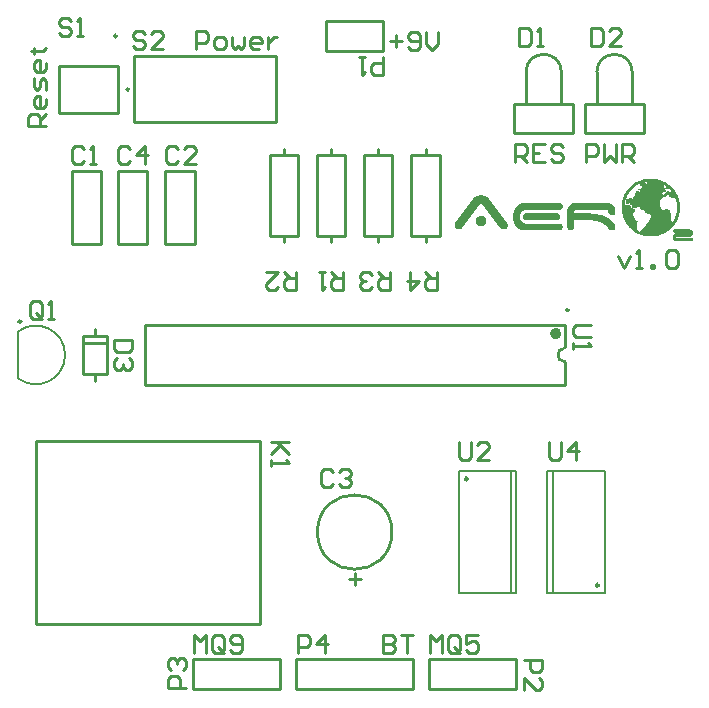
<source format=gto>
G04 Layer_Color=65535*
%FSLAX25Y25*%
%MOIN*%
G70*
G01*
G75*
%ADD24C,0.00984*%
%ADD25C,0.01000*%
%ADD26C,0.00787*%
%ADD27C,0.00100*%
D24*
X199508Y41339D02*
G03*
X199508Y41339I-492J0D01*
G01*
X6988Y129252D02*
G03*
X6988Y129252I-492J0D01*
G01*
X155807Y76772D02*
G03*
X155807Y76772I-492J0D01*
G01*
D25*
X130513Y59055D02*
G03*
X130513Y59055I-12403J0D01*
G01*
X188110Y120355D02*
G03*
X188110Y115866I0J-2244D01*
G01*
X186498Y125236D02*
G03*
X186498Y125236I-1419J0D01*
G01*
X185866D02*
G03*
X185866Y125236I-787J0D01*
G01*
X185472D02*
G03*
X185472Y125236I-394J0D01*
G01*
X189409Y133110D02*
G03*
X189409Y133110I-394J0D01*
G01*
X42913Y206693D02*
G03*
X42913Y206693I-394J0D01*
G01*
X187008Y212402D02*
G03*
X175197Y212402I-5906J0D01*
G01*
X210630D02*
G03*
X198819Y212402I-5906J0D01*
G01*
X38780Y224410D02*
G03*
X38780Y224410I-394J0D01*
G01*
X118110Y41339D02*
Y45276D01*
X116142Y43307D02*
X120079D01*
X48110Y128110D02*
X188110D01*
X48110Y108110D02*
X188110D01*
X48110D02*
Y128110D01*
X188110Y123110D02*
Y128110D01*
Y108110D02*
Y113110D01*
Y120610D02*
Y123110D01*
Y113110D02*
Y115610D01*
X11811Y28543D02*
Y89567D01*
X86614D01*
Y28543D02*
Y89567D01*
X11811Y28543D02*
X86614D01*
X68110Y217717D02*
X91732D01*
Y195669D02*
Y217717D01*
X44488Y195669D02*
X91732D01*
X44488D02*
Y217717D01*
X68110D01*
X171181Y191929D02*
Y201772D01*
X191024D01*
Y191929D02*
Y201772D01*
X171181Y191929D02*
X191024D01*
X175197Y201772D02*
Y212402D01*
X187008Y201772D02*
Y212402D01*
X194803Y191929D02*
Y201772D01*
X214646D01*
Y191929D02*
Y201772D01*
X194803Y191929D02*
X214646D01*
X198819Y201772D02*
Y212402D01*
X210630Y201772D02*
Y212402D01*
X23819Y179527D02*
X33661D01*
Y155118D02*
Y179527D01*
X23819Y155118D02*
X33661D01*
X23819D02*
Y179527D01*
X39173Y155118D02*
X49016D01*
X39173D02*
Y179527D01*
X49016D01*
Y155118D02*
Y179527D01*
X54921D02*
X64764D01*
Y155118D02*
Y179527D01*
X54921Y155118D02*
X64764D01*
X54921D02*
Y179527D01*
X94488Y184646D02*
Y186614D01*
Y155905D02*
Y157874D01*
X89764Y184646D02*
X99213D01*
X89764Y157874D02*
Y184646D01*
X99213Y157874D02*
Y184646D01*
X89764Y157874D02*
X99213D01*
X110236Y184646D02*
Y186614D01*
Y155905D02*
Y157874D01*
X105512Y184646D02*
X114961D01*
X105512Y157874D02*
Y184646D01*
X114961Y157874D02*
Y184646D01*
X105512Y157874D02*
X114961D01*
X141732Y184646D02*
Y186614D01*
Y155905D02*
Y157874D01*
X137008Y184646D02*
X146457D01*
X137008Y157874D02*
Y184646D01*
X146457Y157874D02*
Y184646D01*
X137008Y157874D02*
X146457D01*
X125984Y184646D02*
Y186614D01*
Y155905D02*
Y157874D01*
X121260Y184646D02*
X130709D01*
X121260Y157874D02*
Y184646D01*
X130709Y157874D02*
Y184646D01*
X121260Y157874D02*
X130709D01*
X127602Y219488D02*
X127610D01*
X127614Y229331D01*
X108610Y219488D02*
X127602D01*
X108606Y229331D02*
X127610D01*
X108606Y219488D02*
Y229331D01*
X98606Y6890D02*
Y16732D01*
X137614Y6890D02*
Y16732D01*
X98606D02*
X137614D01*
X98606Y6890D02*
X137614D01*
X93244D02*
Y16732D01*
X64236D02*
X93244D01*
X64236Y6890D02*
X93244D01*
X64236D02*
Y16732D01*
X171984Y6890D02*
Y16732D01*
X142976D02*
X171984D01*
X142976Y6890D02*
X171984D01*
X142976D02*
Y16732D01*
X19685Y214567D02*
X39370D01*
Y198819D02*
Y214567D01*
X19685Y198819D02*
X39370D01*
X19685D02*
Y214567D01*
X27559Y124508D02*
X35433D01*
Y111811D02*
Y124508D01*
X27559Y111811D02*
X35433D01*
X27559D02*
Y124508D01*
Y122047D02*
X35433D01*
X31496Y124508D02*
Y126894D01*
Y109327D02*
Y111811D01*
X110999Y78998D02*
X109999Y79998D01*
X108000D01*
X107000Y78998D01*
Y75000D01*
X108000Y74000D01*
X109999D01*
X110999Y75000D01*
X112998Y78998D02*
X113998Y79998D01*
X115997D01*
X116997Y78998D01*
Y77999D01*
X115997Y76999D01*
X114997D01*
X115997D01*
X116997Y75999D01*
Y75000D01*
X115997Y74000D01*
X113998D01*
X112998Y75000D01*
X96161Y89105D02*
X90163D01*
X92162D01*
X96161Y85106D01*
X93162Y88105D01*
X90163Y85106D01*
Y83107D02*
Y81108D01*
Y82107D01*
X96161D01*
X95161Y83107D01*
X13999Y131000D02*
Y134998D01*
X12999Y135998D01*
X11000D01*
X10000Y134998D01*
Y131000D01*
X11000Y130000D01*
X12999D01*
X11999Y131999D02*
X13999Y130000D01*
X12999D02*
X13999Y131000D01*
X15998Y130000D02*
X17997D01*
X16998D01*
Y135998D01*
X15998Y134998D01*
X65370Y220000D02*
Y225998D01*
X68369D01*
X69369Y224998D01*
Y222999D01*
X68369Y221999D01*
X65370D01*
X72368Y220000D02*
X74367D01*
X75367Y221000D01*
Y222999D01*
X74367Y223999D01*
X72368D01*
X71368Y222999D01*
Y221000D01*
X72368Y220000D01*
X77366Y223999D02*
Y221000D01*
X78366Y220000D01*
X79365Y221000D01*
X80365Y220000D01*
X81365Y221000D01*
Y223999D01*
X86363Y220000D02*
X84364D01*
X83364Y221000D01*
Y222999D01*
X84364Y223999D01*
X86363D01*
X87363Y222999D01*
Y221999D01*
X83364D01*
X89362Y223999D02*
Y220000D01*
Y221999D01*
X90362Y222999D01*
X91362Y223999D01*
X92361D01*
X48369Y224998D02*
X47369Y225998D01*
X45370D01*
X44370Y224998D01*
Y223999D01*
X45370Y222999D01*
X47369D01*
X48369Y221999D01*
Y221000D01*
X47369Y220000D01*
X45370D01*
X44370Y221000D01*
X54367Y220000D02*
X50368D01*
X54367Y223999D01*
Y224998D01*
X53367Y225998D01*
X51368D01*
X50368Y224998D01*
X196998Y128000D02*
X192000D01*
X191000Y127000D01*
Y125001D01*
X192000Y124001D01*
X196998D01*
X191000Y122002D02*
Y120003D01*
Y121002D01*
X196998D01*
X195998Y122002D01*
X153000Y88998D02*
Y84000D01*
X154000Y83000D01*
X155999D01*
X156999Y84000D01*
Y88998D01*
X162997Y83000D02*
X158998D01*
X162997Y86999D01*
Y87998D01*
X161997Y88998D01*
X159998D01*
X158998Y87998D01*
X183000Y88998D02*
Y84000D01*
X184000Y83000D01*
X185999D01*
X186999Y84000D01*
Y88998D01*
X191997Y83000D02*
Y88998D01*
X188998Y85999D01*
X192997D01*
X171652Y182400D02*
Y188399D01*
X174651D01*
X175651Y187399D01*
Y185399D01*
X174651Y184400D01*
X171652D01*
X173652D02*
X175651Y182400D01*
X181649Y188399D02*
X177650D01*
Y182400D01*
X181649D01*
X177650Y185399D02*
X179650D01*
X187647Y187399D02*
X186647Y188399D01*
X184648D01*
X183649Y187399D01*
Y186399D01*
X184648Y185399D01*
X186647D01*
X187647Y184400D01*
Y183400D01*
X186647Y182400D01*
X184648D01*
X183649Y183400D01*
X173000Y226998D02*
Y221000D01*
X175999D01*
X176999Y222000D01*
Y225998D01*
X175999Y226998D01*
X173000D01*
X178998Y221000D02*
X180997D01*
X179998D01*
Y226998D01*
X178998Y225998D01*
X195274Y182400D02*
Y188399D01*
X198273D01*
X199273Y187399D01*
Y185399D01*
X198273Y184400D01*
X195274D01*
X201273Y188399D02*
Y182400D01*
X203272Y184400D01*
X205271Y182400D01*
Y188399D01*
X207271Y182400D02*
Y188399D01*
X210270D01*
X211269Y187399D01*
Y185399D01*
X210270Y184400D01*
X207271D01*
X209270D02*
X211269Y182400D01*
X197000Y226998D02*
Y221000D01*
X199999D01*
X200999Y222000D01*
Y225998D01*
X199999Y226998D01*
X197000D01*
X206997Y221000D02*
X202998D01*
X206997Y224999D01*
Y225998D01*
X205997Y226998D01*
X203998D01*
X202998Y225998D01*
X28014Y186888D02*
X27015Y187888D01*
X25015D01*
X24016Y186888D01*
Y182889D01*
X25015Y181890D01*
X27015D01*
X28014Y182889D01*
X30014Y181890D02*
X32013D01*
X31014D01*
Y187888D01*
X30014Y186888D01*
X59117D02*
X58117Y187888D01*
X56118D01*
X55118Y186888D01*
Y182889D01*
X56118Y181890D01*
X58117D01*
X59117Y182889D01*
X65115Y181890D02*
X61116D01*
X65115Y185889D01*
Y186888D01*
X64115Y187888D01*
X62116D01*
X61116Y186888D01*
X43369D02*
X42369Y187888D01*
X40370D01*
X39370Y186888D01*
Y182889D01*
X40370Y181890D01*
X42369D01*
X43369Y182889D01*
X48367Y181890D02*
Y187888D01*
X45368Y184889D01*
X49367D01*
X114173Y145669D02*
Y139671D01*
X111174D01*
X110175Y140671D01*
Y142670D01*
X111174Y143670D01*
X114173D01*
X112174D02*
X110175Y145669D01*
X108175D02*
X106176D01*
X107176D01*
Y139671D01*
X108175Y140671D01*
X98425Y145669D02*
Y139671D01*
X95426D01*
X94427Y140671D01*
Y142670D01*
X95426Y143670D01*
X98425D01*
X96426D02*
X94427Y145669D01*
X88428D02*
X92427D01*
X88428Y141671D01*
Y140671D01*
X89428Y139671D01*
X91427D01*
X92427Y140671D01*
X129921Y145669D02*
Y139671D01*
X126922D01*
X125923Y140671D01*
Y142670D01*
X126922Y143670D01*
X129921D01*
X127922D02*
X125923Y145669D01*
X123923Y140671D02*
X122924Y139671D01*
X120924D01*
X119924Y140671D01*
Y141671D01*
X120924Y142670D01*
X121924D01*
X120924D01*
X119924Y143670D01*
Y144670D01*
X120924Y145669D01*
X122924D01*
X123923Y144670D01*
X145669Y145669D02*
Y139671D01*
X142670D01*
X141671Y140671D01*
Y142670D01*
X142670Y143670D01*
X145669D01*
X143670D02*
X141671Y145669D01*
X136672D02*
Y139671D01*
X139671Y142670D01*
X135672D01*
X129921Y222684D02*
X133920D01*
X131921Y224683D02*
Y220685D01*
X135919D02*
X136919Y219685D01*
X138918D01*
X139918Y220685D01*
Y224683D01*
X138918Y225683D01*
X136919D01*
X135919Y224683D01*
Y223684D01*
X136919Y222684D01*
X139918D01*
X141917Y225683D02*
Y221684D01*
X143917Y219685D01*
X145916Y221684D01*
Y225683D01*
X127559Y217323D02*
Y211325D01*
X124560D01*
X123560Y212324D01*
Y214324D01*
X124560Y215323D01*
X127559D01*
X121561Y217323D02*
X119562D01*
X120561D01*
Y211325D01*
X121561Y212324D01*
X127559Y24896D02*
Y18898D01*
X130558D01*
X131558Y19897D01*
Y20897D01*
X130558Y21897D01*
X127559D01*
X130558D01*
X131558Y22896D01*
Y23896D01*
X130558Y24896D01*
X127559D01*
X133557D02*
X137556D01*
X135556D01*
Y18898D01*
X99213D02*
Y24896D01*
X102212D01*
X103211Y23896D01*
Y21897D01*
X102212Y20897D01*
X99213D01*
X108210Y18898D02*
Y24896D01*
X105211Y21897D01*
X109209D01*
X143307Y18898D02*
Y24896D01*
X145306Y22896D01*
X147306Y24896D01*
Y18898D01*
X153304Y19897D02*
Y23896D01*
X152304Y24896D01*
X150305D01*
X149305Y23896D01*
Y19897D01*
X150305Y18898D01*
X152304D01*
X151304Y20897D02*
X153304Y18898D01*
X152304D02*
X153304Y19897D01*
X159302Y24896D02*
X155303D01*
Y21897D01*
X157303Y22896D01*
X158302D01*
X159302Y21897D01*
Y19897D01*
X158302Y18898D01*
X156303D01*
X155303Y19897D01*
X174409Y16535D02*
X180408D01*
Y13536D01*
X179408Y12537D01*
X177409D01*
X176409Y13536D01*
Y16535D01*
X174409Y6539D02*
Y10537D01*
X178408Y6539D01*
X179408D01*
X180408Y7538D01*
Y9538D01*
X179408Y10537D01*
X64567Y18898D02*
Y24896D01*
X66566Y22896D01*
X68566Y24896D01*
Y18898D01*
X74564Y19897D02*
Y23896D01*
X73564Y24896D01*
X71565D01*
X70565Y23896D01*
Y19897D01*
X71565Y18898D01*
X73564D01*
X72564Y20897D02*
X74564Y18898D01*
X73564D02*
X74564Y19897D01*
X76563D02*
X77563Y18898D01*
X79562D01*
X80562Y19897D01*
Y23896D01*
X79562Y24896D01*
X77563D01*
X76563Y23896D01*
Y22896D01*
X77563Y21897D01*
X80562D01*
X61811Y7087D02*
X55813D01*
Y10086D01*
X56813Y11085D01*
X58812D01*
X59812Y10086D01*
Y7087D01*
X56813Y13085D02*
X55813Y14084D01*
Y16084D01*
X56813Y17083D01*
X57812D01*
X58812Y16084D01*
Y15084D01*
Y16084D01*
X59812Y17083D01*
X60811D01*
X61811Y16084D01*
Y14084D01*
X60811Y13085D01*
X15354Y194488D02*
X9356D01*
Y197487D01*
X10356Y198487D01*
X12355D01*
X13355Y197487D01*
Y194488D01*
Y196487D02*
X15354Y198487D01*
Y203485D02*
Y201486D01*
X14355Y200486D01*
X12355D01*
X11356Y201486D01*
Y203485D01*
X12355Y204485D01*
X13355D01*
Y200486D01*
X15354Y206484D02*
Y209483D01*
X14355Y210483D01*
X13355Y209483D01*
Y207484D01*
X12355Y206484D01*
X11356Y207484D01*
Y210483D01*
X15354Y215481D02*
Y213482D01*
X14355Y212482D01*
X12355D01*
X11356Y213482D01*
Y215481D01*
X12355Y216481D01*
X13355D01*
Y212482D01*
X10356Y219480D02*
X11356D01*
Y218480D01*
Y220480D01*
Y219480D01*
X14355D01*
X15354Y220480D01*
X23684Y229408D02*
X22684Y230408D01*
X20685D01*
X19685Y229408D01*
Y228408D01*
X20685Y227409D01*
X22684D01*
X23684Y226409D01*
Y225409D01*
X22684Y224410D01*
X20685D01*
X19685Y225409D01*
X25683Y224410D02*
X27683D01*
X26683D01*
Y230408D01*
X25683Y229408D01*
X43793Y123228D02*
X37795D01*
Y120229D01*
X38795Y119230D01*
X42794D01*
X43793Y120229D01*
Y123228D01*
X42794Y117230D02*
X43793Y116231D01*
Y114231D01*
X42794Y113232D01*
X41794D01*
X40794Y114231D01*
Y115231D01*
Y114231D01*
X39795Y113232D01*
X38795D01*
X37795Y114231D01*
Y116231D01*
X38795Y117230D01*
X205900Y151199D02*
X207899Y147200D01*
X209899Y151199D01*
X211898Y147200D02*
X213897D01*
X212898D01*
Y153198D01*
X211898Y152198D01*
X216896Y147200D02*
Y148200D01*
X217896D01*
Y147200D01*
X216896D01*
X221895Y152198D02*
X222895Y153198D01*
X224894D01*
X225893Y152198D01*
Y148200D01*
X224894Y147200D01*
X222895D01*
X221895Y148200D01*
Y152198D01*
D26*
X5906Y110315D02*
G03*
X5906Y125905I5906J7795D01*
G01*
X182283Y79331D02*
X201575D01*
X182283Y38780D02*
X201575D01*
Y79331D01*
X182283Y38780D02*
Y79331D01*
X184252Y38780D02*
Y79331D01*
X5906Y110315D02*
Y125905D01*
X152756Y38780D02*
X172047D01*
X152756Y79331D02*
X172047D01*
X152756Y38780D02*
Y79331D01*
X172047Y38780D02*
Y79331D01*
X170079Y38780D02*
Y79331D01*
D27*
X224400Y156500D02*
X230400D01*
X224300Y156600D02*
X230500D01*
X224200Y156700D02*
X230500D01*
X224200Y156800D02*
X230500D01*
X224200Y156900D02*
X230500D01*
X224200Y157000D02*
X230500D01*
X224200Y157100D02*
X230500D01*
X224200Y157200D02*
X230400D01*
X224200Y157300D02*
X225000D01*
X224200Y157400D02*
X225000D01*
X224200Y157500D02*
X225000D01*
X224200Y157600D02*
X225100D01*
X224200Y157700D02*
X225100D01*
X224200Y157800D02*
X225300D01*
X224200Y157900D02*
X229900D01*
X224300Y158000D02*
X230100D01*
X215000D02*
X218300D01*
X224300Y158100D02*
X230200D01*
X214600D02*
X218800D01*
X224400Y158200D02*
X230300D01*
X214200D02*
X219100D01*
X224400Y158300D02*
X230400D01*
X213900D02*
X219500D01*
X224500Y158400D02*
X230400D01*
X213600D02*
X219800D01*
X224700Y158500D02*
X230500D01*
X213300D02*
X220000D01*
X224900Y158600D02*
X230500D01*
X212700D02*
X220300D01*
X229600Y158700D02*
X230500D01*
X212500D02*
X220500D01*
X229700Y158800D02*
X230500D01*
X212300D02*
X220700D01*
X229700Y158900D02*
X230500D01*
X212100D02*
X220900D01*
X229700Y159000D02*
X230500D01*
X211900D02*
X221100D01*
X229600Y159100D02*
X230500D01*
X213100D02*
X221300D01*
X211800D02*
X213000D01*
X224400Y159200D02*
X230500D01*
X213200D02*
X221500D01*
X211600D02*
X212800D01*
X224300Y159300D02*
X230500D01*
X213300D02*
X221700D01*
X211500D02*
X212600D01*
X224200Y159400D02*
X230400D01*
X213300D02*
X221800D01*
X211400D02*
X212400D01*
X224200Y159500D02*
X230400D01*
X213400D02*
X222000D01*
X211300D02*
X212200D01*
X224200Y159600D02*
X230300D01*
X213500D02*
X222100D01*
X211200D02*
X212100D01*
X224200Y159700D02*
X230200D01*
X213600D02*
X222300D01*
X211100D02*
X211900D01*
X224300Y159800D02*
X230100D01*
X213700D02*
X222400D01*
X210900D02*
X211800D01*
X224300Y159900D02*
X229900D01*
X213800D02*
X222500D01*
X210800D02*
X211800D01*
X224500Y160000D02*
X229600D01*
X213900D02*
X222600D01*
X210700D02*
X211800D01*
X203300D02*
X204200D01*
X189500D02*
X190500D01*
X173600D02*
X186600D01*
X214000Y160100D02*
X222800D01*
X210500D02*
X211800D01*
X203100D02*
X204400D01*
X189400D02*
X190600D01*
X173300D02*
X186700D01*
X214100Y160200D02*
X222900D01*
X210400D02*
X211800D01*
X203000D02*
X204500D01*
X189300D02*
X190700D01*
X173100D02*
X186800D01*
X214200Y160300D02*
X223000D01*
X210300D02*
X211800D01*
X202900D02*
X204600D01*
X189200D02*
X190800D01*
X172900D02*
X186900D01*
X167100D02*
X168100D01*
X152100D02*
X153100D01*
X214300Y160400D02*
X223100D01*
X210200D02*
X211900D01*
X202800D02*
X204600D01*
X189100D02*
X190900D01*
X172800D02*
X187000D01*
X166900D02*
X168300D01*
X151900D02*
X153200D01*
X214400Y160500D02*
X223200D01*
X210100D02*
X211900D01*
X202700D02*
X204700D01*
X189100D02*
X190900D01*
X172600D02*
X187000D01*
X166800D02*
X168400D01*
X151800D02*
X153400D01*
X214500Y160600D02*
X223300D01*
X210000D02*
X211900D01*
X202700D02*
X204700D01*
X189000D02*
X191000D01*
X172500D02*
X187100D01*
X166700D02*
X168500D01*
X151700D02*
X153500D01*
X214500Y160700D02*
X223400D01*
X209900D02*
X211900D01*
X202600D02*
X204700D01*
X189000D02*
X191000D01*
X172400D02*
X187100D01*
X166600D02*
X168600D01*
X151600D02*
X153600D01*
X214600Y160800D02*
X223500D01*
X209800D02*
X211900D01*
X202500D02*
X204700D01*
X189000D02*
X191000D01*
X172300D02*
X187100D01*
X166500D02*
X168600D01*
X151500D02*
X153600D01*
X214700Y160900D02*
X223600D01*
X209700D02*
X211900D01*
X202400D02*
X204700D01*
X189000D02*
X191000D01*
X172200D02*
X187100D01*
X166400D02*
X168700D01*
X151500D02*
X153700D01*
X214800Y161000D02*
X223700D01*
X209600D02*
X211900D01*
X202300D02*
X204700D01*
X189000D02*
X191000D01*
X172100D02*
X187100D01*
X166400D02*
X168700D01*
X151400D02*
X153800D01*
X214900Y161100D02*
X223800D01*
X209500D02*
X211900D01*
X202200D02*
X204700D01*
X189000D02*
X191000D01*
X172000D02*
X187100D01*
X166300D02*
X168800D01*
X151400D02*
X153900D01*
X215000Y161200D02*
X223900D01*
X209400D02*
X211900D01*
X202100D02*
X204700D01*
X189000D02*
X191000D01*
X171900D02*
X187100D01*
X166200D02*
X168800D01*
X151400D02*
X153900D01*
X215100Y161300D02*
X224000D01*
X209400D02*
X211900D01*
X202000D02*
X204700D01*
X189000D02*
X191000D01*
X171900D02*
X187000D01*
X166100D02*
X168800D01*
X151400D02*
X154000D01*
X215200Y161400D02*
X224000D01*
X209300D02*
X211900D01*
X201900D02*
X204600D01*
X189000D02*
X191000D01*
X171800D02*
X187000D01*
X166100D02*
X168800D01*
X159500D02*
X160600D01*
X151400D02*
X154100D01*
X215200Y161500D02*
X224200D01*
X209200D02*
X212000D01*
X201800D02*
X204500D01*
X189000D02*
X191000D01*
X171700D02*
X186900D01*
X166000D02*
X168800D01*
X159300D02*
X160800D01*
X151400D02*
X154200D01*
X215200Y161600D02*
X224300D01*
X209100D02*
X212000D01*
X201700D02*
X204500D01*
X189000D02*
X191000D01*
X171700D02*
X186900D01*
X165900D02*
X168800D01*
X159200D02*
X161000D01*
X151400D02*
X154200D01*
X215200Y161700D02*
X224400D01*
X209000D02*
X212000D01*
X201500D02*
X204400D01*
X189000D02*
X191000D01*
X171600D02*
X186800D01*
X165800D02*
X168800D01*
X159000D02*
X161100D01*
X151400D02*
X154300D01*
X215200Y161800D02*
X224500D01*
X209000D02*
X212000D01*
X201400D02*
X204300D01*
X189000D02*
X191000D01*
X171500D02*
X186600D01*
X165800D02*
X168700D01*
X158900D02*
X161200D01*
X151400D02*
X154400D01*
X215300Y161900D02*
X224500D01*
X208900D02*
X212000D01*
X201300D02*
X204300D01*
X189000D02*
X191000D01*
X171500D02*
X186400D01*
X165700D02*
X168700D01*
X158800D02*
X161300D01*
X151400D02*
X154500D01*
X215400Y162000D02*
X224600D01*
X208800D02*
X212000D01*
X201100D02*
X204200D01*
X189000D02*
X191000D01*
X171400D02*
X174500D01*
X165600D02*
X168700D01*
X158800D02*
X161400D01*
X151500D02*
X154500D01*
X223900Y162100D02*
X224700D01*
X215600D02*
X223700D01*
X208800D02*
X212000D01*
X201000D02*
X204100D01*
X189000D02*
X191000D01*
X171400D02*
X174100D01*
X165500D02*
X168600D01*
X158700D02*
X161400D01*
X151500D02*
X154600D01*
X223900Y162200D02*
X224700D01*
X215700D02*
X223700D01*
X208700D02*
X212000D01*
X200800D02*
X204000D01*
X189000D02*
X191000D01*
X171300D02*
X174000D01*
X165500D02*
X168500D01*
X158700D02*
X161500D01*
X151600D02*
X154700D01*
X224000Y162300D02*
X224800D01*
X215800D02*
X223600D01*
X208600D02*
X212000D01*
X200600D02*
X203900D01*
X189000D02*
X191000D01*
X171300D02*
X173800D01*
X165400D02*
X168400D01*
X158600D02*
X161500D01*
X151700D02*
X154800D01*
X224100Y162400D02*
X224800D01*
X216000D02*
X223600D01*
X208600D02*
X212000D01*
X200500D02*
X203800D01*
X189000D02*
X191000D01*
X171300D02*
X173700D01*
X165300D02*
X168400D01*
X158600D02*
X161600D01*
X151800D02*
X154800D01*
X224100Y162500D02*
X224900D01*
X216100D02*
X223500D01*
X208500D02*
X212000D01*
X200300D02*
X203800D01*
X189000D02*
X191000D01*
X171200D02*
X173600D01*
X165200D02*
X168300D01*
X158600D02*
X161600D01*
X151800D02*
X154900D01*
X224200Y162600D02*
X225000D01*
X216200D02*
X223500D01*
X208500D02*
X212100D01*
X200000D02*
X203700D01*
X189000D02*
X191000D01*
X171200D02*
X173500D01*
X165200D02*
X168200D01*
X158500D02*
X161600D01*
X151900D02*
X155000D01*
X224300Y162700D02*
X225000D01*
X216200D02*
X223400D01*
X208400D02*
X212100D01*
X199800D02*
X203600D01*
X189000D02*
X191000D01*
X171200D02*
X173400D01*
X165100D02*
X168200D01*
X158500D02*
X161600D01*
X152000D02*
X155100D01*
X224300Y162800D02*
X225100D01*
X216300D02*
X223400D01*
X208300D02*
X212000D01*
X199500D02*
X203500D01*
X189000D02*
X191000D01*
X171100D02*
X173300D01*
X165000D02*
X168100D01*
X158500D02*
X161600D01*
X152100D02*
X155100D01*
X224400Y162900D02*
X225100D01*
X216300D02*
X223300D01*
X208300D02*
X211800D01*
X199200D02*
X203400D01*
X189000D02*
X191000D01*
X171100D02*
X173200D01*
X164900D02*
X168000D01*
X158500D02*
X161600D01*
X152100D02*
X155200D01*
X224400Y163000D02*
X225200D01*
X216300D02*
X223200D01*
X208200D02*
X211700D01*
X198900D02*
X203300D01*
X189000D02*
X191000D01*
X171100D02*
X173200D01*
X164900D02*
X167900D01*
X158500D02*
X161600D01*
X152200D02*
X155300D01*
X224500Y163100D02*
X225200D01*
X216300D02*
X223200D01*
X208200D02*
X211600D01*
X198400D02*
X203100D01*
X189000D02*
X191000D01*
X171000D02*
X173100D01*
X164800D02*
X167900D01*
X158500D02*
X161600D01*
X152300D02*
X155400D01*
X224600Y163200D02*
X225300D01*
X216400D02*
X223100D01*
X208100D02*
X211400D01*
X197700D02*
X203000D01*
X189000D02*
X191000D01*
X171000D02*
X173100D01*
X164700D02*
X167800D01*
X158500D02*
X161600D01*
X152400D02*
X155400D01*
X224600Y163300D02*
X225300D01*
X216400D02*
X223200D01*
X208100D02*
X211300D01*
X195900D02*
X202900D01*
X189000D02*
X191000D01*
X171000D02*
X173000D01*
X164600D02*
X167700D01*
X158600D02*
X161600D01*
X152400D02*
X155500D01*
X224700Y163400D02*
X225400D01*
X216400D02*
X223200D01*
X208000D02*
X211200D01*
X189000D02*
X202800D01*
X174800D02*
X185700D01*
X171000D02*
X173000D01*
X164600D02*
X167600D01*
X158600D02*
X161600D01*
X152500D02*
X155600D01*
X224700Y163500D02*
X225400D01*
X216400D02*
X223200D01*
X208000D02*
X211200D01*
X189000D02*
X202600D01*
X174700D02*
X185900D01*
X171000D02*
X173000D01*
X164500D02*
X167600D01*
X158600D02*
X161500D01*
X152600D02*
X155700D01*
X224800Y163600D02*
X225400D01*
X216500D02*
X223300D01*
X208000D02*
X211200D01*
X189000D02*
X202500D01*
X174500D02*
X186000D01*
X170900D02*
X173000D01*
X164400D02*
X167500D01*
X158700D02*
X161500D01*
X152700D02*
X155700D01*
X224800Y163700D02*
X225500D01*
X216600D02*
X223300D01*
X207900D02*
X211100D01*
X189000D02*
X202400D01*
X174500D02*
X186100D01*
X170900D02*
X172900D01*
X164300D02*
X167400D01*
X158700D02*
X161400D01*
X152700D02*
X155800D01*
X224800Y163800D02*
X225500D01*
X216600D02*
X223300D01*
X207900D02*
X211100D01*
X189000D02*
X202200D01*
X174400D02*
X186100D01*
X170900D02*
X172900D01*
X164300D02*
X167300D01*
X158800D02*
X161400D01*
X152800D02*
X155900D01*
X224900Y163900D02*
X225600D01*
X216700D02*
X223300D01*
X207800D02*
X211100D01*
X189000D02*
X202000D01*
X174300D02*
X186200D01*
X170900D02*
X172900D01*
X164200D02*
X167300D01*
X158900D02*
X161300D01*
X152900D02*
X156000D01*
X224900Y164000D02*
X225600D01*
X216800D02*
X223300D01*
X207800D02*
X211000D01*
X189000D02*
X201900D01*
X174300D02*
X186200D01*
X170900D02*
X172900D01*
X164100D02*
X167200D01*
X159000D02*
X161200D01*
X153000D02*
X156000D01*
X225000Y164100D02*
X225600D01*
X216900D02*
X223300D01*
X207800D02*
X211000D01*
X189000D02*
X201700D01*
X174300D02*
X186200D01*
X170900D02*
X172900D01*
X164000D02*
X167100D01*
X159100D02*
X161100D01*
X153000D02*
X156100D01*
X225000Y164200D02*
X225700D01*
X216900D02*
X223300D01*
X207700D02*
X210900D01*
X189000D02*
X201500D01*
X174300D02*
X186300D01*
X170900D02*
X172900D01*
X164000D02*
X167000D01*
X159200D02*
X160900D01*
X153100D02*
X156200D01*
X225000Y164300D02*
X225700D01*
X216900D02*
X223300D01*
X207700D02*
X210900D01*
X189000D02*
X201300D01*
X174300D02*
X186300D01*
X170900D02*
X172900D01*
X163900D02*
X167000D01*
X159400D02*
X160800D01*
X153200D02*
X156300D01*
X225100Y164400D02*
X225700D01*
X216900D02*
X223300D01*
X207600D02*
X210800D01*
X189000D02*
X201000D01*
X174300D02*
X186300D01*
X170900D02*
X172900D01*
X163800D02*
X166900D01*
X159700D02*
X160400D01*
X153300D02*
X156300D01*
X225100Y164500D02*
X225800D01*
X216900D02*
X223300D01*
X207600D02*
X210800D01*
X189000D02*
X200800D01*
X174300D02*
X186200D01*
X170900D02*
X172900D01*
X163700D02*
X166800D01*
X153300D02*
X156400D01*
X225100Y164600D02*
X225800D01*
X216900D02*
X223300D01*
X207600D02*
X210700D01*
X189000D02*
X200500D01*
X174300D02*
X186200D01*
X170900D02*
X172900D01*
X163700D02*
X166700D01*
X153400D02*
X156500D01*
X225200Y164700D02*
X225800D01*
X216900D02*
X223300D01*
X207500D02*
X210700D01*
X189000D02*
X200200D01*
X174300D02*
X186200D01*
X170900D02*
X172900D01*
X163600D02*
X166700D01*
X153500D02*
X156600D01*
X225200Y164800D02*
X225900D01*
X216900D02*
X223300D01*
X207500D02*
X210600D01*
X189000D02*
X199900D01*
X174400D02*
X186200D01*
X170900D02*
X172900D01*
X163500D02*
X166600D01*
X153500D02*
X156600D01*
X225200Y164900D02*
X225900D01*
X216900D02*
X223300D01*
X207500D02*
X210600D01*
X189000D02*
X199500D01*
X174400D02*
X186100D01*
X170900D02*
X172900D01*
X163400D02*
X166500D01*
X153600D02*
X156700D01*
X225300Y165000D02*
X225900D01*
X216900D02*
X223300D01*
X207500D02*
X210600D01*
X189000D02*
X199000D01*
X174500D02*
X186000D01*
X170900D02*
X173000D01*
X163400D02*
X166400D01*
X153700D02*
X156800D01*
X225300Y165100D02*
X225900D01*
X216800D02*
X223300D01*
X207400D02*
X210600D01*
X203300D02*
X204200D01*
X189000D02*
X198500D01*
X174600D02*
X185900D01*
X171000D02*
X173000D01*
X163300D02*
X166400D01*
X153800D02*
X156900D01*
X225300Y165200D02*
X226000D01*
X216400D02*
X223200D01*
X207400D02*
X210600D01*
X203100D02*
X204400D01*
X189000D02*
X197700D01*
X174700D02*
X185800D01*
X171000D02*
X173000D01*
X163200D02*
X166300D01*
X153800D02*
X156900D01*
X225300Y165300D02*
X226000D01*
X216100D02*
X223200D01*
X207400D02*
X210600D01*
X203000D02*
X204500D01*
X189000D02*
X196400D01*
X175000D02*
X185500D01*
X171000D02*
X173000D01*
X163100D02*
X166200D01*
X153900D02*
X157000D01*
X225400Y165400D02*
X226000D01*
X215800D02*
X223100D01*
X207400D02*
X210600D01*
X202900D02*
X204600D01*
X189000D02*
X191000D01*
X171000D02*
X173100D01*
X163100D02*
X166100D01*
X154000D02*
X157100D01*
X225400Y165500D02*
X226000D01*
X215500D02*
X223000D01*
X207300D02*
X210600D01*
X202800D02*
X204600D01*
X189000D02*
X191000D01*
X171000D02*
X173100D01*
X163000D02*
X166100D01*
X154100D02*
X157200D01*
X225400Y165600D02*
X226000D01*
X215100D02*
X223000D01*
X207300D02*
X210600D01*
X202800D02*
X204700D01*
X189000D02*
X191000D01*
X171100D02*
X173200D01*
X162900D02*
X166000D01*
X154100D02*
X157200D01*
X225400Y165700D02*
X226100D01*
X215000D02*
X223000D01*
X207300D02*
X210700D01*
X202800D02*
X204700D01*
X189000D02*
X191000D01*
X171100D02*
X173200D01*
X162800D02*
X165900D01*
X154200D02*
X157300D01*
X225400Y165800D02*
X226100D01*
X215000D02*
X223000D01*
X207300D02*
X210800D01*
X202700D02*
X204700D01*
X189000D02*
X191000D01*
X171100D02*
X173300D01*
X162800D02*
X165800D01*
X154300D02*
X157400D01*
X225400Y165900D02*
X226100D01*
X214900D02*
X223000D01*
X207300D02*
X210800D01*
X202700D02*
X204700D01*
X189000D02*
X191000D01*
X171100D02*
X173300D01*
X162700D02*
X165800D01*
X154400D02*
X157500D01*
X225400Y166000D02*
X226100D01*
X214900D02*
X223000D01*
X207200D02*
X210900D01*
X202700D02*
X204700D01*
X189000D02*
X191000D01*
X171200D02*
X173400D01*
X162600D02*
X165700D01*
X154400D02*
X157500D01*
X225500Y166100D02*
X226100D01*
X214800D02*
X223000D01*
X207200D02*
X211000D01*
X202700D02*
X204700D01*
X189000D02*
X191000D01*
X171200D02*
X173500D01*
X162500D02*
X165600D01*
X154500D02*
X157600D01*
X225500Y166200D02*
X226100D01*
X214800D02*
X223000D01*
X207200D02*
X211100D01*
X202700D02*
X204700D01*
X189000D02*
X191000D01*
X171300D02*
X173600D01*
X162500D02*
X165500D01*
X154600D02*
X157700D01*
X225500Y166300D02*
X226100D01*
X222800D02*
X222900D01*
X214700D02*
X222500D01*
X207200D02*
X211100D01*
X202600D02*
X204700D01*
X189000D02*
X191000D01*
X171300D02*
X173700D01*
X162400D02*
X165500D01*
X154700D02*
X157800D01*
X225500Y166400D02*
X226100D01*
X214600D02*
X222400D01*
X207200D02*
X211100D01*
X202600D02*
X204700D01*
X189000D02*
X191100D01*
X171300D02*
X173900D01*
X162300D02*
X165400D01*
X154700D02*
X157800D01*
X225600Y166500D02*
X226100D01*
X221300D02*
X222300D01*
X214600D02*
X220300D01*
X207200D02*
X211100D01*
X202500D02*
X204700D01*
X189000D02*
X191100D01*
X171400D02*
X174100D01*
X162200D02*
X165300D01*
X154800D02*
X157900D01*
X225600Y166600D02*
X226100D01*
X221400D02*
X222300D01*
X214400D02*
X220200D01*
X207200D02*
X211100D01*
X202300D02*
X204700D01*
X189000D02*
X191200D01*
X171400D02*
X174300D01*
X162200D02*
X165200D01*
X154900D02*
X158000D01*
X225600Y166700D02*
X226100D01*
X221500D02*
X222200D01*
X214000D02*
X220200D01*
X207200D02*
X211100D01*
X202100D02*
X204700D01*
X189100D02*
X191500D01*
X171500D02*
X174800D01*
X162100D02*
X165200D01*
X155000D02*
X158100D01*
X225600Y166800D02*
X226100D01*
X221700D02*
X222100D01*
X213700D02*
X220100D01*
X207200D02*
X211100D01*
X189100D02*
X204600D01*
X171500D02*
X186600D01*
X162000D02*
X165100D01*
X155000D02*
X158100D01*
X225600Y166900D02*
X226100D01*
X213600D02*
X220100D01*
X207200D02*
X210600D01*
X189100D02*
X204600D01*
X171600D02*
X186700D01*
X161900D02*
X165000D01*
X155100D02*
X158200D01*
X225600Y167000D02*
X226100D01*
X213500D02*
X220000D01*
X207200D02*
X210400D01*
X189100D02*
X204600D01*
X171700D02*
X186800D01*
X161900D02*
X164900D01*
X155200D02*
X158300D01*
X225600Y167100D02*
X226100D01*
X213400D02*
X220000D01*
X207200D02*
X210200D01*
X189200D02*
X204500D01*
X171700D02*
X186900D01*
X161800D02*
X164900D01*
X155300D02*
X158400D01*
X225600Y167200D02*
X226100D01*
X213300D02*
X219900D01*
X207200D02*
X210000D01*
X189200D02*
X204500D01*
X171800D02*
X187000D01*
X161700D02*
X164800D01*
X155300D02*
X158400D01*
X225600Y167300D02*
X226100D01*
X213300D02*
X219900D01*
X211000D02*
X211400D01*
X207200D02*
X209900D01*
X189300D02*
X204400D01*
X171900D02*
X187000D01*
X161600D02*
X164700D01*
X155400D02*
X158500D01*
X225600Y167400D02*
X226100D01*
X213200D02*
X219800D01*
X210700D02*
X211600D01*
X207200D02*
X209800D01*
X189300D02*
X204400D01*
X172000D02*
X187100D01*
X161600D02*
X164600D01*
X155500D02*
X158600D01*
X225600Y167500D02*
X226100D01*
X213100D02*
X219700D01*
X210500D02*
X211800D01*
X207200D02*
X209800D01*
X189400D02*
X204300D01*
X172000D02*
X187100D01*
X161500D02*
X164600D01*
X155600D02*
X158700D01*
X225600Y167600D02*
X226100D01*
X210500D02*
X219600D01*
X207200D02*
X209800D01*
X189400D02*
X204200D01*
X172100D02*
X187100D01*
X161400D02*
X164500D01*
X155600D02*
X158700D01*
X225600Y167700D02*
X226100D01*
X210500D02*
X219500D01*
X207200D02*
X209800D01*
X189500D02*
X204100D01*
X172200D02*
X187100D01*
X161300D02*
X164400D01*
X155700D02*
X158800D01*
X225600Y167800D02*
X226100D01*
X210500D02*
X219400D01*
X207200D02*
X209700D01*
X189600D02*
X204100D01*
X172300D02*
X187100D01*
X161300D02*
X164300D01*
X155800D02*
X158900D01*
X225600Y167900D02*
X226100D01*
X210500D02*
X219400D01*
X207200D02*
X209600D01*
X189700D02*
X204000D01*
X172400D02*
X187100D01*
X161200D02*
X164300D01*
X155900D02*
X159000D01*
X225600Y168000D02*
X226100D01*
X210500D02*
X219400D01*
X207200D02*
X209400D01*
X189800D02*
X203900D01*
X172600D02*
X187100D01*
X161100D02*
X164200D01*
X155900D02*
X159100D01*
X225600Y168100D02*
X226100D01*
X210500D02*
X219400D01*
X207200D02*
X209300D01*
X189900D02*
X203700D01*
X172700D02*
X187000D01*
X161000D02*
X164100D01*
X156000D02*
X159100D01*
X225600Y168200D02*
X226100D01*
X210500D02*
X219400D01*
X208700D02*
X209200D01*
X207200D02*
X208000D01*
X190000D02*
X203600D01*
X172800D02*
X187000D01*
X161000D02*
X164000D01*
X156100D02*
X159200D01*
X225500Y168300D02*
X226100D01*
X209800D02*
X219400D01*
X207200D02*
X207800D01*
X190100D02*
X203500D01*
X173000D02*
X186900D01*
X160900D02*
X164000D01*
X156100D02*
X159300D01*
X225500Y168400D02*
X226100D01*
X209800D02*
X219400D01*
X207200D02*
X207800D01*
X190300D02*
X203300D01*
X173200D02*
X186900D01*
X160800D02*
X163900D01*
X156200D02*
X159400D01*
X225500Y168500D02*
X226100D01*
X209800D02*
X219400D01*
X207200D02*
X207800D01*
X190500D02*
X203100D01*
X173400D02*
X186800D01*
X160700D02*
X163800D01*
X156300D02*
X159500D01*
X225500Y168600D02*
X226100D01*
X209900D02*
X219400D01*
X207200D02*
X207800D01*
X190700D02*
X202800D01*
X173700D02*
X186600D01*
X160600D02*
X163700D01*
X156400D02*
X159600D01*
X225400Y168700D02*
X226100D01*
X209900D02*
X219400D01*
X207200D02*
X207800D01*
X191100D02*
X202400D01*
X174100D02*
X186400D01*
X160500D02*
X163700D01*
X156400D02*
X159700D01*
X225400Y168800D02*
X226100D01*
X210000D02*
X219400D01*
X208800D02*
X209300D01*
X207200D02*
X207800D01*
X160300D02*
X163600D01*
X156500D02*
X159900D01*
X225400Y168900D02*
X226100D01*
X210000D02*
X219400D01*
X208700D02*
X209300D01*
X207200D02*
X207800D01*
X156600D02*
X163500D01*
X225400Y169000D02*
X226100D01*
X208600D02*
X219400D01*
X207200D02*
X207800D01*
X156700D02*
X163400D01*
X225400Y169100D02*
X226000D01*
X208500D02*
X219400D01*
X207300D02*
X207800D01*
X156700D02*
X163400D01*
X225400Y169200D02*
X226000D01*
X208600D02*
X219400D01*
X207300D02*
X207800D01*
X156800D02*
X163300D01*
X225400Y169300D02*
X226000D01*
X208600D02*
X219400D01*
X207300D02*
X207800D01*
X156900D02*
X163200D01*
X225400Y169400D02*
X226000D01*
X208600D02*
X219400D01*
X207300D02*
X207900D01*
X157000D02*
X163100D01*
X225300Y169500D02*
X226000D01*
X208600D02*
X219400D01*
X207300D02*
X207900D01*
X157000D02*
X163100D01*
X225300Y169600D02*
X225900D01*
X208600D02*
X219500D01*
X207300D02*
X207900D01*
X157100D02*
X163000D01*
X225300Y169700D02*
X225900D01*
X210800D02*
X219600D01*
X208500D02*
X210600D01*
X207400D02*
X208000D01*
X157200D02*
X162900D01*
X225200Y169800D02*
X225900D01*
X210900D02*
X219600D01*
X208500D02*
X210500D01*
X207400D02*
X208000D01*
X157300D02*
X162800D01*
X225200Y169900D02*
X225900D01*
X210900D02*
X219700D01*
X208500D02*
X210500D01*
X207400D02*
X208000D01*
X157300D02*
X162800D01*
X225200Y170000D02*
X225800D01*
X210900D02*
X219800D01*
X208500D02*
X210400D01*
X207500D02*
X208000D01*
X157400D02*
X162700D01*
X225200Y170100D02*
X225800D01*
X210900D02*
X219900D01*
X208600D02*
X210400D01*
X207500D02*
X208100D01*
X157500D02*
X162600D01*
X225100Y170200D02*
X225800D01*
X210900D02*
X220000D01*
X209400D02*
X210300D01*
X208800D02*
X209000D01*
X207500D02*
X208100D01*
X157600D02*
X162500D01*
X225100Y170300D02*
X225800D01*
X210900D02*
X220200D01*
X209600D02*
X210300D01*
X207500D02*
X208100D01*
X157700D02*
X162500D01*
X225100Y170400D02*
X225700D01*
X210800D02*
X220200D01*
X207600D02*
X208200D01*
X157700D02*
X162400D01*
X225000Y170500D02*
X225700D01*
X210800D02*
X220200D01*
X207600D02*
X208200D01*
X157800D02*
X162300D01*
X225000Y170600D02*
X225600D01*
X210800D02*
X220200D01*
X207600D02*
X208200D01*
X158000D02*
X162200D01*
X224900Y170700D02*
X225600D01*
X224000D02*
X224300D01*
X210800D02*
X220200D01*
X207700D02*
X208300D01*
X158100D02*
X162000D01*
X224900Y170800D02*
X225600D01*
X223700D02*
X224400D01*
X210900D02*
X220300D01*
X207700D02*
X208300D01*
X158200D02*
X161900D01*
X224800Y170900D02*
X225500D01*
X223400D02*
X224400D01*
X211000D02*
X220400D01*
X207700D02*
X208400D01*
X158400D02*
X161800D01*
X224800Y171000D02*
X225500D01*
X223100D02*
X224400D01*
X211100D02*
X220600D01*
X207800D02*
X208400D01*
X158600D02*
X161600D01*
X224800Y171100D02*
X225500D01*
X223000D02*
X224500D01*
X211200D02*
X221200D01*
X207800D02*
X208500D01*
X158800D02*
X161400D01*
X224700Y171200D02*
X225400D01*
X223000D02*
X224500D01*
X211300D02*
X221400D01*
X207900D02*
X208500D01*
X159000D02*
X161100D01*
X223000Y171300D02*
X225400D01*
X211400D02*
X221500D01*
X207900D02*
X208500D01*
X159400D02*
X160700D01*
X223000Y171400D02*
X225300D01*
X211400D02*
X221600D01*
X208000D02*
X208600D01*
X223000Y171500D02*
X225300D01*
X221200D02*
X221800D01*
X211500D02*
X220700D01*
X208000D02*
X208600D01*
X223000Y171600D02*
X225100D01*
X221300D02*
X221900D01*
X211500D02*
X220600D01*
X208000D02*
X208700D01*
X221300Y171700D02*
X225100D01*
X211500D02*
X220500D01*
X208100D02*
X208800D01*
X224400Y171800D02*
X225000D01*
X221400D02*
X224300D01*
X211500D02*
X220400D01*
X208100D02*
X208800D01*
X224300Y171900D02*
X225000D01*
X221500D02*
X224100D01*
X211500D02*
X220300D01*
X208200D02*
X208900D01*
X224300Y172000D02*
X224900D01*
X221500D02*
X224000D01*
X211600D02*
X220300D01*
X208300D02*
X208900D01*
X224200Y172100D02*
X224900D01*
X221600D02*
X223800D01*
X211800D02*
X220300D01*
X208300D02*
X209000D01*
X224200Y172200D02*
X224900D01*
X221700D02*
X223600D01*
X211800D02*
X220300D01*
X208400D02*
X209100D01*
X224100Y172300D02*
X224800D01*
X222000D02*
X223400D01*
X211800D02*
X220300D01*
X208400D02*
X209100D01*
X224000Y172400D02*
X224800D01*
X222000D02*
X223200D01*
X211800D02*
X220400D01*
X208500D02*
X209200D01*
X224000Y172500D02*
X224700D01*
X222000D02*
X223100D01*
X211800D02*
X220400D01*
X208600D02*
X209300D01*
X223900Y172600D02*
X224700D01*
X222100D02*
X222600D01*
X213200D02*
X221400D01*
X211800D02*
X212600D01*
X208600D02*
X209300D01*
X223800Y172700D02*
X224600D01*
X213300D02*
X221500D01*
X212000D02*
X212500D01*
X208700D02*
X209400D01*
X223700Y172800D02*
X224500D01*
X213400D02*
X221500D01*
X212200D02*
X212400D01*
X208800D02*
X209500D01*
X223700Y172900D02*
X224500D01*
X213500D02*
X221500D01*
X208800D02*
X209600D01*
X223600Y173000D02*
X224400D01*
X213400D02*
X221500D01*
X208900D02*
X209600D01*
X223500Y173100D02*
X224300D01*
X213300D02*
X221500D01*
X209000D02*
X209700D01*
X223400Y173200D02*
X224200D01*
X213200D02*
X221400D01*
X209100D02*
X209800D01*
X223300Y173300D02*
X224200D01*
X212600D02*
X221300D01*
X209100D02*
X209900D01*
X223200Y173400D02*
X224100D01*
X213100D02*
X221200D01*
X209200D02*
X210000D01*
X223100Y173500D02*
X224000D01*
X213300D02*
X221100D01*
X209300D02*
X210100D01*
X223000Y173600D02*
X223900D01*
X213400D02*
X221900D01*
X209400D02*
X210200D01*
X222900Y173700D02*
X223800D01*
X213500D02*
X222000D01*
X209500D02*
X210300D01*
X222800Y173800D02*
X223700D01*
X221800D02*
X222100D01*
X213800D02*
X220800D01*
X209600D02*
X210400D01*
X222700Y173900D02*
X223700D01*
X221800D02*
X222200D01*
X214100D02*
X220800D01*
X209700D02*
X210500D01*
X222600Y174000D02*
X223600D01*
X221800D02*
X222300D01*
X214100D02*
X220900D01*
X209800D02*
X210600D01*
X221800Y174100D02*
X223500D01*
X214000D02*
X220900D01*
X209900D02*
X210700D01*
X221800Y174200D02*
X223400D01*
X214000D02*
X220900D01*
X210000D02*
X210800D01*
X221800Y174300D02*
X223300D01*
X214000D02*
X221000D01*
X210100D02*
X210900D01*
X221900Y174400D02*
X223200D01*
X213900D02*
X221000D01*
X210200D02*
X211000D01*
X221900Y174500D02*
X223000D01*
X213800D02*
X220900D01*
X210300D02*
X211200D01*
X221900Y174600D02*
X222900D01*
X213700D02*
X220900D01*
X210400D02*
X211300D01*
X221700Y174700D02*
X222700D01*
X213500D02*
X220900D01*
X210500D02*
X211400D01*
X221600Y174800D02*
X222500D01*
X213300D02*
X220800D01*
X210600D02*
X211600D01*
X221400Y174900D02*
X222400D01*
X213300D02*
X220800D01*
X210700D02*
X211700D01*
X221300Y175000D02*
X222300D01*
X213300D02*
X220800D01*
X210900D02*
X211900D01*
X221100Y175100D02*
X222300D01*
X213200D02*
X220700D01*
X211000D02*
X212000D01*
X220900Y175200D02*
X222100D01*
X213200D02*
X220700D01*
X211100D02*
X212200D01*
X220800Y175300D02*
X222000D01*
X215500D02*
X220700D01*
X213100D02*
X214900D01*
X211300D02*
X212400D01*
X215500Y175400D02*
X221900D01*
X213100D02*
X214800D01*
X211400D02*
X212600D01*
X215500Y175500D02*
X221700D01*
X213100D02*
X214700D01*
X211600D02*
X212800D01*
X215500Y175600D02*
X221600D01*
X211700D02*
X214600D01*
X215500Y175700D02*
X221300D01*
X211900D02*
X214500D01*
X215600Y175800D02*
X221100D01*
X212100D02*
X214500D01*
X215700Y175900D02*
X220900D01*
X212300D02*
X214400D01*
X215800Y176000D02*
X220600D01*
X212500D02*
X214300D01*
X215900Y176100D02*
X220300D01*
X212700D02*
X214800D01*
X216000Y176200D02*
X220100D01*
X213200D02*
X215400D01*
X213500Y176300D02*
X219800D01*
X213800Y176400D02*
X219500D01*
X214000Y176500D02*
X219200D01*
X214200Y176600D02*
X218800D01*
X214600Y176700D02*
X218400D01*
X215300Y176800D02*
X217800D01*
M02*

</source>
